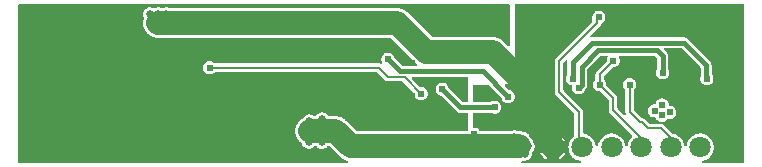
<source format=gbl>
G04 Layer: BottomLayer*
G04 EasyEDA v6.5.1, 2022-03-31 19:18:02*
G04 fb237d5051ec4c31b6b5e7a524a6c443,10*
G04 Gerber Generator version 0.2*
G04 Scale: 100 percent, Rotated: No, Reflected: No *
G04 Dimensions in millimeters *
G04 leading zeros omitted , absolute positions ,4 integer and 5 decimal *
%FSLAX45Y45*%
%MOMM*%

%ADD11C,0.2000*%
%ADD12C,0.4000*%
%ADD13C,2.0000*%
%ADD14C,0.6500*%
%ADD15C,0.6096*%
%ADD31C,1.8000*%

%LPD*%
G36*
X4723688Y-1233576D02*
G01*
X4720031Y-1232052D01*
X4717237Y-1229207D01*
X4715713Y-1225499D01*
X4712970Y-1210970D01*
X4708448Y-1197152D01*
X4702251Y-1183944D01*
X4694478Y-1171702D01*
X4685182Y-1160475D01*
X4674565Y-1150518D01*
X4662779Y-1141933D01*
X4650028Y-1134922D01*
X4636516Y-1129588D01*
X4622393Y-1125982D01*
X4616805Y-1125270D01*
X4613300Y-1124153D01*
X4610455Y-1121918D01*
X4608576Y-1118768D01*
X4607915Y-1115161D01*
X4607915Y-940308D01*
X4607052Y-932332D01*
X4604766Y-925220D01*
X4600956Y-918616D01*
X4597095Y-914146D01*
X4445762Y-762812D01*
X4443577Y-759510D01*
X4442815Y-755599D01*
X4442815Y-527100D01*
X4443577Y-523189D01*
X4445762Y-519887D01*
X4458563Y-507136D01*
X4461967Y-504901D01*
X4466031Y-504190D01*
X4470044Y-505155D01*
X4473346Y-507593D01*
X4475378Y-511149D01*
X4475835Y-515264D01*
X4475276Y-521157D01*
X4475276Y-624890D01*
X4474819Y-627938D01*
X4472381Y-632206D01*
X4468266Y-641146D01*
X4465726Y-650595D01*
X4464862Y-660400D01*
X4465726Y-670204D01*
X4468266Y-679653D01*
X4472381Y-688594D01*
X4478020Y-696620D01*
X4484979Y-703580D01*
X4493006Y-709218D01*
X4501946Y-713333D01*
X4509109Y-715264D01*
X4512310Y-716737D01*
X4514799Y-719277D01*
X4516272Y-722477D01*
X4516577Y-725982D01*
X4515662Y-736600D01*
X4516526Y-746404D01*
X4519066Y-755853D01*
X4523181Y-764794D01*
X4528820Y-772820D01*
X4535779Y-779780D01*
X4543806Y-785418D01*
X4552746Y-789533D01*
X4562195Y-792073D01*
X4572000Y-792937D01*
X4581804Y-792073D01*
X4591253Y-789533D01*
X4600194Y-785418D01*
X4608220Y-779780D01*
X4615180Y-772820D01*
X4620818Y-764794D01*
X4624933Y-755853D01*
X4626914Y-748538D01*
X4627880Y-746150D01*
X4631080Y-742391D01*
X4636414Y-735330D01*
X4640173Y-727760D01*
X4642459Y-719632D01*
X4643323Y-710742D01*
X4643323Y-582015D01*
X4644085Y-578154D01*
X4646269Y-574852D01*
X4753152Y-467969D01*
X4756454Y-465785D01*
X4760315Y-465023D01*
X4806238Y-465023D01*
X4810252Y-465835D01*
X4813554Y-468122D01*
X4815738Y-471525D01*
X4816398Y-475538D01*
X4815484Y-479450D01*
X4811166Y-488746D01*
X4808626Y-498195D01*
X4807762Y-508406D01*
X4807204Y-512775D01*
X4804867Y-516483D01*
X4724806Y-596544D01*
X4719726Y-602792D01*
X4716322Y-609447D01*
X4714341Y-616813D01*
X4713884Y-622706D01*
X4713884Y-663498D01*
X4713122Y-667410D01*
X4710938Y-670712D01*
X4706620Y-674979D01*
X4700981Y-683006D01*
X4696866Y-691946D01*
X4694326Y-701395D01*
X4693462Y-711200D01*
X4694326Y-721004D01*
X4696866Y-730453D01*
X4700981Y-739394D01*
X4706620Y-747420D01*
X4713579Y-754380D01*
X4721606Y-760018D01*
X4730546Y-764133D01*
X4739995Y-766673D01*
X4750206Y-767537D01*
X4754575Y-768096D01*
X4758283Y-770432D01*
X4825238Y-837387D01*
X4827422Y-840689D01*
X4828184Y-844600D01*
X4828184Y-926592D01*
X4829048Y-934567D01*
X4831334Y-941679D01*
X4835144Y-948283D01*
X4839004Y-952753D01*
X5024526Y-1138326D01*
X5026761Y-1141679D01*
X5027472Y-1145641D01*
X5026609Y-1149604D01*
X5024272Y-1152906D01*
X5016246Y-1160475D01*
X5006949Y-1171702D01*
X4999126Y-1183944D01*
X4992928Y-1197152D01*
X4988458Y-1210970D01*
X4985664Y-1225499D01*
X4984191Y-1229207D01*
X4981397Y-1232052D01*
X4977688Y-1233576D01*
X4973726Y-1233576D01*
X4970018Y-1232052D01*
X4967224Y-1229207D01*
X4965700Y-1225499D01*
X4962956Y-1210970D01*
X4958435Y-1197152D01*
X4952238Y-1183944D01*
X4944465Y-1171702D01*
X4935169Y-1160475D01*
X4924552Y-1150518D01*
X4912817Y-1141933D01*
X4900066Y-1134922D01*
X4886502Y-1129588D01*
X4872431Y-1125982D01*
X4857953Y-1124153D01*
X4843424Y-1124153D01*
X4828997Y-1125982D01*
X4814874Y-1129588D01*
X4801362Y-1134922D01*
X4788611Y-1141933D01*
X4776825Y-1150518D01*
X4766208Y-1160475D01*
X4756962Y-1171702D01*
X4749139Y-1183944D01*
X4742942Y-1197152D01*
X4738471Y-1210970D01*
X4735677Y-1225499D01*
X4734204Y-1229207D01*
X4731359Y-1232052D01*
X4727702Y-1233576D01*
G37*

%LPD*%
G36*
X4096816Y-1374089D02*
G01*
X4092803Y-1373276D01*
X4089450Y-1370939D01*
X4087266Y-1367434D01*
X4086656Y-1363421D01*
X4087723Y-1359458D01*
X4090212Y-1356207D01*
X4093819Y-1354226D01*
X4098594Y-1352753D01*
X4101134Y-1352296D01*
X4107383Y-1353312D01*
X4117289Y-1353718D01*
X4127093Y-1352448D01*
X4136542Y-1349552D01*
X4145381Y-1345082D01*
X4153357Y-1339240D01*
X4160215Y-1332077D01*
X4165752Y-1323848D01*
X4169816Y-1314856D01*
X4172356Y-1305255D01*
X4173067Y-1296365D01*
X4174540Y-1291996D01*
X4175455Y-1290421D01*
X4181703Y-1276553D01*
X4183735Y-1270914D01*
X4185615Y-1268577D01*
X4191152Y-1260348D01*
X4195216Y-1251356D01*
X4197756Y-1241755D01*
X4198569Y-1231900D01*
X4197756Y-1222044D01*
X4195216Y-1212443D01*
X4191152Y-1203452D01*
X4183735Y-1192885D01*
X4181703Y-1187246D01*
X4175455Y-1173378D01*
X4167581Y-1160373D01*
X4155033Y-1144320D01*
X4153052Y-1139952D01*
X4147515Y-1131722D01*
X4140657Y-1124559D01*
X4132681Y-1118717D01*
X4123842Y-1114247D01*
X4114393Y-1111351D01*
X4104589Y-1110081D01*
X4098290Y-1110335D01*
X4079189Y-1106932D01*
X4063695Y-1106017D01*
X4058920Y-1106017D01*
X4056583Y-1105712D01*
X4054348Y-1104900D01*
X4047642Y-1101547D01*
X4038193Y-1098651D01*
X4028389Y-1097381D01*
X4018483Y-1097788D01*
X4008831Y-1099870D01*
X3999636Y-1103579D01*
X3995572Y-1105611D01*
X3992829Y-1106017D01*
X3744976Y-1106017D01*
X3741775Y-1105458D01*
X3738930Y-1103985D01*
X3736644Y-1101648D01*
X3731361Y-1094079D01*
X3724401Y-1087120D01*
X3716375Y-1081481D01*
X3707434Y-1077366D01*
X3697986Y-1074826D01*
X3688181Y-1073962D01*
X3686657Y-1074064D01*
X3682492Y-1073607D01*
X3678885Y-1071473D01*
X3676446Y-1068070D01*
X3675583Y-1063955D01*
X3675583Y-957783D01*
X3676345Y-953871D01*
X3678580Y-950569D01*
X3681882Y-948385D01*
X3685743Y-947623D01*
X3825290Y-947623D01*
X3828338Y-948080D01*
X3832606Y-950518D01*
X3841546Y-954633D01*
X3850995Y-957173D01*
X3860800Y-958037D01*
X3870604Y-957173D01*
X3880053Y-954633D01*
X3888994Y-950518D01*
X3897020Y-944880D01*
X3903979Y-937920D01*
X3909618Y-929894D01*
X3913733Y-920953D01*
X3916273Y-911504D01*
X3917137Y-901700D01*
X3916273Y-891895D01*
X3913733Y-882446D01*
X3909618Y-873506D01*
X3903979Y-865479D01*
X3897020Y-858519D01*
X3888994Y-852881D01*
X3880053Y-848766D01*
X3870604Y-846226D01*
X3860800Y-845362D01*
X3850995Y-846226D01*
X3841546Y-848766D01*
X3832606Y-852881D01*
X3828338Y-855319D01*
X3825290Y-855776D01*
X3685743Y-855776D01*
X3681882Y-855014D01*
X3678580Y-852830D01*
X3676345Y-849528D01*
X3675583Y-845616D01*
X3675583Y-721868D01*
X3676345Y-717956D01*
X3678580Y-714705D01*
X3681882Y-712470D01*
X3685743Y-711708D01*
X3804869Y-711708D01*
X3808780Y-712470D01*
X3812082Y-714705D01*
X3917543Y-820166D01*
X3919169Y-822299D01*
X3920185Y-824737D01*
X3922166Y-832053D01*
X3926281Y-840994D01*
X3931920Y-849020D01*
X3938879Y-855980D01*
X3946906Y-861618D01*
X3955846Y-865733D01*
X3965295Y-868273D01*
X3975100Y-869137D01*
X3984904Y-868273D01*
X3994353Y-865733D01*
X4003294Y-861618D01*
X4011320Y-855980D01*
X4018279Y-849020D01*
X4023918Y-840994D01*
X4028033Y-832053D01*
X4030573Y-822604D01*
X4031437Y-812800D01*
X4030573Y-802995D01*
X4028033Y-793546D01*
X4023918Y-784606D01*
X4018279Y-776579D01*
X4011320Y-769620D01*
X4003294Y-763981D01*
X3994353Y-759866D01*
X3987037Y-757885D01*
X3984599Y-756869D01*
X3982465Y-755243D01*
X3950004Y-722782D01*
X3947668Y-719175D01*
X3947058Y-714908D01*
X3948277Y-710793D01*
X3951071Y-707491D01*
X3954119Y-705205D01*
X3957015Y-703681D01*
X3960266Y-703173D01*
X4006494Y-703173D01*
X4008170Y-702462D01*
X4033875Y-676757D01*
X4034586Y-675081D01*
X4032910Y-36118D01*
X4033723Y-32207D01*
X4035907Y-28905D01*
X4039209Y-26670D01*
X4043070Y-25908D01*
X5963920Y-25908D01*
X5967831Y-26670D01*
X5971133Y-28905D01*
X5973318Y-32156D01*
X5974080Y-36068D01*
X5974080Y-1363929D01*
X5973318Y-1367840D01*
X5971133Y-1371142D01*
X5967831Y-1373327D01*
X5963920Y-1374089D01*
X5621934Y-1374089D01*
X5617718Y-1373174D01*
X5614212Y-1370533D01*
X5612180Y-1366723D01*
X5611926Y-1362405D01*
X5613450Y-1358341D01*
X5616600Y-1355293D01*
X5620664Y-1353870D01*
X5622391Y-1353616D01*
X5636514Y-1350010D01*
X5650026Y-1344676D01*
X5662777Y-1337665D01*
X5674563Y-1329080D01*
X5685180Y-1319123D01*
X5694476Y-1307896D01*
X5702249Y-1295654D01*
X5708446Y-1282446D01*
X5712968Y-1268628D01*
X5715660Y-1254302D01*
X5716574Y-1239824D01*
X5715660Y-1225296D01*
X5712968Y-1210970D01*
X5708446Y-1197152D01*
X5702249Y-1183944D01*
X5694476Y-1171702D01*
X5685180Y-1160475D01*
X5674563Y-1150518D01*
X5662777Y-1141933D01*
X5650026Y-1134922D01*
X5636514Y-1129588D01*
X5622391Y-1125982D01*
X5607964Y-1124153D01*
X5593435Y-1124153D01*
X5579008Y-1125982D01*
X5564886Y-1129588D01*
X5551373Y-1134922D01*
X5538622Y-1141933D01*
X5526836Y-1150518D01*
X5516219Y-1160475D01*
X5506923Y-1171702D01*
X5499150Y-1183944D01*
X5492953Y-1197152D01*
X5488432Y-1210970D01*
X5485688Y-1225499D01*
X5484164Y-1229207D01*
X5481370Y-1232052D01*
X5477713Y-1233576D01*
X5473700Y-1233576D01*
X5470042Y-1232052D01*
X5467197Y-1229207D01*
X5465724Y-1225499D01*
X5462930Y-1210970D01*
X5458460Y-1197152D01*
X5452262Y-1183944D01*
X5444439Y-1171702D01*
X5435193Y-1160475D01*
X5424576Y-1150518D01*
X5412790Y-1141933D01*
X5400040Y-1134922D01*
X5386527Y-1129588D01*
X5367324Y-1124762D01*
X5364632Y-1122832D01*
X5296255Y-1054506D01*
X5290007Y-1049426D01*
X5283352Y-1046022D01*
X5278221Y-1043838D01*
X5275630Y-1040790D01*
X5274360Y-1036929D01*
X5274716Y-1032916D01*
X5276596Y-1029360D01*
X5279745Y-1026820D01*
X5283606Y-1025702D01*
X5287924Y-1025296D01*
X5297373Y-1022756D01*
X5306314Y-1018641D01*
X5314340Y-1013002D01*
X5321300Y-1006043D01*
X5322570Y-1004214D01*
X5325059Y-1001725D01*
X5328259Y-1000201D01*
X5331764Y-999896D01*
X5341620Y-1000760D01*
X5351424Y-999896D01*
X5360873Y-997356D01*
X5369814Y-993241D01*
X5377840Y-987602D01*
X5384800Y-980643D01*
X5390438Y-972616D01*
X5394553Y-963676D01*
X5397093Y-954227D01*
X5397957Y-944422D01*
X5397093Y-934618D01*
X5394553Y-925169D01*
X5390438Y-916228D01*
X5384800Y-908202D01*
X5377840Y-901242D01*
X5369814Y-895603D01*
X5360873Y-891489D01*
X5351424Y-888949D01*
X5343550Y-888237D01*
X5340146Y-887323D01*
X5337251Y-885291D01*
X5335219Y-882396D01*
X5334304Y-878992D01*
X5333593Y-871118D01*
X5331053Y-861669D01*
X5326938Y-852728D01*
X5321300Y-844702D01*
X5314340Y-837742D01*
X5306314Y-832103D01*
X5297373Y-827989D01*
X5287924Y-825449D01*
X5278120Y-824585D01*
X5268315Y-825449D01*
X5258866Y-827989D01*
X5249926Y-832103D01*
X5241899Y-837742D01*
X5234940Y-844702D01*
X5229301Y-852728D01*
X5225186Y-861669D01*
X5223510Y-867867D01*
X5221630Y-871575D01*
X5218531Y-874217D01*
X5214569Y-875385D01*
X5204815Y-876249D01*
X5195366Y-878789D01*
X5186426Y-882903D01*
X5178399Y-888542D01*
X5171440Y-895502D01*
X5165801Y-903528D01*
X5161686Y-912469D01*
X5159146Y-921918D01*
X5158282Y-931722D01*
X5159146Y-941527D01*
X5161686Y-950976D01*
X5165801Y-959916D01*
X5171440Y-967943D01*
X5178399Y-974902D01*
X5186426Y-980541D01*
X5195366Y-984656D01*
X5204815Y-987196D01*
X5214620Y-988060D01*
X5217210Y-987856D01*
X5221274Y-988314D01*
X5224830Y-990396D01*
X5227320Y-993648D01*
X5229301Y-998016D01*
X5234940Y-1006043D01*
X5241899Y-1013002D01*
X5249926Y-1018641D01*
X5258866Y-1022756D01*
X5262016Y-1023619D01*
X5265724Y-1025499D01*
X5268366Y-1028700D01*
X5269484Y-1032662D01*
X5268976Y-1036777D01*
X5266842Y-1040333D01*
X5263438Y-1042720D01*
X5259374Y-1043584D01*
X5175300Y-1043584D01*
X5171389Y-1042822D01*
X5168087Y-1040637D01*
X5131155Y-1003706D01*
X5124907Y-998626D01*
X5118150Y-995171D01*
X5107686Y-992225D01*
X5105146Y-990346D01*
X5042662Y-927912D01*
X5040477Y-924610D01*
X5039715Y-920699D01*
X5039715Y-758901D01*
X5040477Y-754989D01*
X5042662Y-751687D01*
X5046980Y-747420D01*
X5052618Y-739394D01*
X5056733Y-730453D01*
X5059273Y-721004D01*
X5060137Y-711200D01*
X5059273Y-701395D01*
X5056733Y-691946D01*
X5052618Y-683006D01*
X5046980Y-674979D01*
X5040020Y-668020D01*
X5031994Y-662381D01*
X5023053Y-658266D01*
X5013604Y-655726D01*
X5003800Y-654862D01*
X4993995Y-655726D01*
X4984546Y-658266D01*
X4975606Y-662381D01*
X4967579Y-668020D01*
X4960620Y-674979D01*
X4954981Y-683006D01*
X4950866Y-691946D01*
X4948326Y-701395D01*
X4947462Y-711200D01*
X4948326Y-721004D01*
X4950866Y-730453D01*
X4954981Y-739394D01*
X4960620Y-747420D01*
X4964938Y-751687D01*
X4967122Y-754989D01*
X4967884Y-758901D01*
X4967884Y-939292D01*
X4968748Y-947267D01*
X4971034Y-954379D01*
X4971897Y-955903D01*
X4973218Y-959815D01*
X4972812Y-963980D01*
X4970830Y-967587D01*
X4967528Y-970127D01*
X4963515Y-971143D01*
X4959400Y-970432D01*
X4955946Y-968146D01*
X4902962Y-915212D01*
X4900777Y-911910D01*
X4900015Y-907999D01*
X4900015Y-826008D01*
X4899152Y-818032D01*
X4896866Y-810920D01*
X4893056Y-804316D01*
X4889195Y-799846D01*
X4809032Y-719683D01*
X4806696Y-715975D01*
X4805273Y-701395D01*
X4802733Y-691946D01*
X4798618Y-683006D01*
X4792980Y-674979D01*
X4788662Y-670712D01*
X4786477Y-667410D01*
X4785715Y-663498D01*
X4785715Y-641400D01*
X4786477Y-637489D01*
X4788662Y-634187D01*
X4855616Y-567232D01*
X4859324Y-564896D01*
X4873904Y-563473D01*
X4883353Y-560933D01*
X4892294Y-556818D01*
X4900320Y-551180D01*
X4907280Y-544220D01*
X4912918Y-536194D01*
X4917033Y-527253D01*
X4919573Y-517804D01*
X4920437Y-508000D01*
X4919573Y-498195D01*
X4917033Y-488746D01*
X4912715Y-479450D01*
X4911801Y-475538D01*
X4912461Y-471525D01*
X4914646Y-468122D01*
X4917948Y-465835D01*
X4921961Y-465023D01*
X5209184Y-465023D01*
X5213045Y-465785D01*
X5216347Y-467969D01*
X5234330Y-485952D01*
X5236514Y-489254D01*
X5237276Y-493115D01*
X5237276Y-574090D01*
X5236819Y-577138D01*
X5234381Y-581406D01*
X5230266Y-590346D01*
X5227726Y-599795D01*
X5226862Y-609600D01*
X5227726Y-619404D01*
X5230266Y-628853D01*
X5234381Y-637794D01*
X5240020Y-645820D01*
X5246979Y-652780D01*
X5255006Y-658418D01*
X5263946Y-662533D01*
X5273395Y-665073D01*
X5283200Y-665937D01*
X5293004Y-665073D01*
X5302453Y-662533D01*
X5311394Y-658418D01*
X5319420Y-652780D01*
X5326380Y-645820D01*
X5332018Y-637794D01*
X5336133Y-628853D01*
X5338673Y-619404D01*
X5339537Y-609600D01*
X5338673Y-599795D01*
X5336133Y-590346D01*
X5332018Y-581406D01*
X5329580Y-577138D01*
X5329123Y-574090D01*
X5329072Y-468122D01*
X5327853Y-459384D01*
X5325160Y-451358D01*
X5321046Y-443992D01*
X5315305Y-437083D01*
X5297068Y-418846D01*
X5294884Y-415543D01*
X5294122Y-411683D01*
X5294884Y-407771D01*
X5297068Y-404469D01*
X5300370Y-402285D01*
X5304282Y-401523D01*
X5437784Y-401523D01*
X5441645Y-402285D01*
X5444947Y-404469D01*
X5602630Y-562152D01*
X5604814Y-565454D01*
X5605576Y-569315D01*
X5605576Y-634441D01*
X5604662Y-638759D01*
X5603544Y-641146D01*
X5601004Y-650595D01*
X5600141Y-660400D01*
X5601004Y-670204D01*
X5603544Y-679653D01*
X5607659Y-688594D01*
X5613298Y-696620D01*
X5620258Y-703580D01*
X5628284Y-709218D01*
X5637225Y-713333D01*
X5646674Y-715873D01*
X5656478Y-716737D01*
X5666282Y-715873D01*
X5675731Y-713333D01*
X5684672Y-709218D01*
X5692698Y-703580D01*
X5699658Y-696620D01*
X5705297Y-688594D01*
X5709412Y-679653D01*
X5711952Y-670204D01*
X5712815Y-660400D01*
X5711952Y-650595D01*
X5709412Y-641146D01*
X5705297Y-632206D01*
X5699252Y-623620D01*
X5697880Y-620826D01*
X5697423Y-617778D01*
X5697372Y-544322D01*
X5696153Y-535584D01*
X5693460Y-527558D01*
X5689346Y-520192D01*
X5683605Y-513283D01*
X5492191Y-321919D01*
X5485130Y-316585D01*
X5477560Y-312826D01*
X5469432Y-310540D01*
X5460542Y-309676D01*
X4686757Y-309676D01*
X4680864Y-310235D01*
X4676749Y-309778D01*
X4673193Y-307746D01*
X4670755Y-304444D01*
X4669790Y-300431D01*
X4670501Y-296367D01*
X4672736Y-292912D01*
X4749393Y-216255D01*
X4754473Y-210007D01*
X4757928Y-203250D01*
X4759706Y-197205D01*
X4761788Y-193446D01*
X4765192Y-190855D01*
X4770272Y-188518D01*
X4778298Y-182880D01*
X4785258Y-175920D01*
X4790897Y-167894D01*
X4795012Y-158953D01*
X4797552Y-149504D01*
X4798415Y-139700D01*
X4797552Y-129895D01*
X4795012Y-120446D01*
X4790897Y-111506D01*
X4785258Y-103479D01*
X4778298Y-96520D01*
X4770272Y-90881D01*
X4761331Y-86766D01*
X4751882Y-84226D01*
X4742078Y-83362D01*
X4732274Y-84226D01*
X4722825Y-86766D01*
X4713884Y-90881D01*
X4705858Y-96520D01*
X4698898Y-103479D01*
X4693259Y-111506D01*
X4689144Y-120446D01*
X4686604Y-129895D01*
X4685741Y-139700D01*
X4686604Y-149504D01*
X4688128Y-155295D01*
X4688484Y-157937D01*
X4688484Y-171399D01*
X4687722Y-175310D01*
X4685538Y-178612D01*
X4381906Y-482244D01*
X4376826Y-488492D01*
X4373422Y-495147D01*
X4371441Y-502513D01*
X4370984Y-508406D01*
X4370984Y-774192D01*
X4371848Y-782167D01*
X4374134Y-789279D01*
X4377944Y-795883D01*
X4381804Y-800354D01*
X4533138Y-951687D01*
X4535322Y-954989D01*
X4536084Y-958900D01*
X4536084Y-1138580D01*
X4535576Y-1141730D01*
X4534154Y-1144574D01*
X4531918Y-1146810D01*
X4526838Y-1150518D01*
X4516221Y-1160475D01*
X4506925Y-1171702D01*
X4499152Y-1183944D01*
X4492955Y-1197152D01*
X4488434Y-1210970D01*
X4485741Y-1225296D01*
X4484827Y-1239774D01*
X4485792Y-1254709D01*
X4488434Y-1268628D01*
X4492955Y-1282446D01*
X4499152Y-1295654D01*
X4506925Y-1307896D01*
X4516221Y-1319123D01*
X4526838Y-1329080D01*
X4538624Y-1337665D01*
X4551375Y-1344676D01*
X4564888Y-1350010D01*
X4579010Y-1353616D01*
X4580737Y-1353870D01*
X4584801Y-1355293D01*
X4587951Y-1358341D01*
X4589475Y-1362405D01*
X4589221Y-1366723D01*
X4587189Y-1370533D01*
X4583684Y-1373174D01*
X4579467Y-1374089D01*
G37*

%LPC*%
G36*
X4299356Y-1343558D02*
G01*
X4299356Y-1291132D01*
X4247032Y-1291132D01*
X4249166Y-1295654D01*
X4256938Y-1307896D01*
X4266234Y-1319123D01*
X4276852Y-1329080D01*
X4288586Y-1337665D01*
G37*
G36*
X4402074Y-1343558D02*
G01*
X4412792Y-1337665D01*
X4424578Y-1329080D01*
X4435195Y-1319123D01*
X4444441Y-1307896D01*
X4452264Y-1295654D01*
X4454347Y-1291132D01*
X4402074Y-1291132D01*
G37*
G36*
X4402074Y-1188466D02*
G01*
X4454347Y-1188466D01*
X4452264Y-1183944D01*
X4444441Y-1171702D01*
X4435195Y-1160475D01*
X4424578Y-1150518D01*
X4412792Y-1141933D01*
X4402074Y-1136040D01*
G37*
G36*
X4247032Y-1188466D02*
G01*
X4299356Y-1188466D01*
X4299356Y-1136040D01*
X4288586Y-1141933D01*
X4276852Y-1150518D01*
X4266234Y-1160475D01*
X4256938Y-1171702D01*
X4249166Y-1183944D01*
G37*

%LPD*%
G36*
X-163931Y-1374089D02*
G01*
X-167843Y-1373327D01*
X-171094Y-1371142D01*
X-173329Y-1367840D01*
X-174091Y-1363929D01*
X-174091Y-36068D01*
X-173329Y-32156D01*
X-171094Y-28905D01*
X-167843Y-26670D01*
X-163931Y-25908D01*
X3971391Y-25908D01*
X3975303Y-26670D01*
X3978605Y-28905D01*
X3984802Y-35102D01*
X3987037Y-38404D01*
X3987800Y-42316D01*
X3987800Y-374345D01*
X3987037Y-378206D01*
X3984802Y-381508D01*
X3981551Y-383692D01*
X3977640Y-384505D01*
X3973728Y-383692D01*
X3970477Y-381508D01*
X3931818Y-342900D01*
X3926179Y-337566D01*
X3920337Y-332689D01*
X3914190Y-328168D01*
X3907840Y-324053D01*
X3901186Y-320294D01*
X3894378Y-316992D01*
X3887317Y-314096D01*
X3880154Y-311607D01*
X3872839Y-309575D01*
X3865372Y-307949D01*
X3857853Y-306832D01*
X3850284Y-306120D01*
X3842512Y-305917D01*
X3332937Y-305917D01*
X3329076Y-305104D01*
X3325774Y-302920D01*
X3122422Y-99568D01*
X3116732Y-94234D01*
X3110890Y-89357D01*
X3104794Y-84836D01*
X3098393Y-80721D01*
X3091789Y-76962D01*
X3084931Y-73660D01*
X3077921Y-70764D01*
X3070707Y-68275D01*
X3063392Y-66243D01*
X3055975Y-64617D01*
X3048457Y-63500D01*
X3040888Y-62788D01*
X3033115Y-62534D01*
X1108456Y-62534D01*
X1106119Y-62280D01*
X1101242Y-60147D01*
X1091793Y-57251D01*
X1081989Y-55981D01*
X1072083Y-56388D01*
X1062431Y-58470D01*
X1054100Y-61823D01*
X1050290Y-62534D01*
X1039774Y-62534D01*
X1037437Y-62280D01*
X1032510Y-60096D01*
X1023061Y-57200D01*
X1013206Y-55981D01*
X1003350Y-56388D01*
X993648Y-58470D01*
X983996Y-62331D01*
X981151Y-63703D01*
X978204Y-64617D01*
X975106Y-64566D01*
X972210Y-63601D01*
X962558Y-58775D01*
X953109Y-55880D01*
X943305Y-54610D01*
X933399Y-55016D01*
X923747Y-57099D01*
X914552Y-60807D01*
X906119Y-65989D01*
X898652Y-72542D01*
X892454Y-80264D01*
X887628Y-88900D01*
X884326Y-98196D01*
X882650Y-108000D01*
X882650Y-117856D01*
X884326Y-127660D01*
X887628Y-136956D01*
X889812Y-140868D01*
X891032Y-144729D01*
X890676Y-148742D01*
X887374Y-159715D01*
X885088Y-164236D01*
X881786Y-173583D01*
X880110Y-183337D01*
X880110Y-193243D01*
X881786Y-202996D01*
X885088Y-212344D01*
X886409Y-214680D01*
X892200Y-233121D01*
X898448Y-246989D01*
X906322Y-259994D01*
X915669Y-271932D01*
X926439Y-282702D01*
X938377Y-292049D01*
X951382Y-299923D01*
X965250Y-306171D01*
X979779Y-310692D01*
X994714Y-313436D01*
X1010208Y-314350D01*
X2976880Y-314350D01*
X2980791Y-315163D01*
X2984093Y-317347D01*
X3187446Y-520700D01*
X3193135Y-526034D01*
X3201314Y-532638D01*
X3204108Y-535787D01*
X3205429Y-539800D01*
X3204972Y-544017D01*
X3202838Y-547624D01*
X3199434Y-550113D01*
X3195320Y-550976D01*
X3080613Y-550976D01*
X3076752Y-550214D01*
X3073450Y-548030D01*
X3013202Y-487781D01*
X3011576Y-485698D01*
X3010560Y-483209D01*
X3008630Y-475945D01*
X3004464Y-467055D01*
X2998825Y-458978D01*
X2991916Y-452069D01*
X2983839Y-446430D01*
X2974949Y-442264D01*
X2965450Y-439724D01*
X2955696Y-438861D01*
X2945892Y-439724D01*
X2936392Y-442264D01*
X2927502Y-446430D01*
X2919425Y-452069D01*
X2912516Y-458978D01*
X2906877Y-467055D01*
X2902712Y-475945D01*
X2900172Y-485444D01*
X2899308Y-495249D01*
X2900172Y-505002D01*
X2902712Y-514502D01*
X2905252Y-519938D01*
X2906217Y-524001D01*
X2905455Y-528116D01*
X2903118Y-531571D01*
X2899562Y-533755D01*
X2895447Y-534365D01*
X2883204Y-530860D01*
X2877312Y-530402D01*
X1495501Y-530402D01*
X1491589Y-529640D01*
X1488287Y-527456D01*
X1484020Y-523138D01*
X1475994Y-517499D01*
X1467053Y-513384D01*
X1457604Y-510844D01*
X1447800Y-509981D01*
X1437995Y-510844D01*
X1428546Y-513384D01*
X1419606Y-517499D01*
X1411579Y-523138D01*
X1404620Y-530098D01*
X1398981Y-538124D01*
X1394866Y-547065D01*
X1392326Y-556514D01*
X1391462Y-566318D01*
X1392326Y-576122D01*
X1394866Y-585571D01*
X1398981Y-594512D01*
X1404620Y-602538D01*
X1411579Y-609498D01*
X1419606Y-615137D01*
X1428546Y-619252D01*
X1437995Y-621792D01*
X1447800Y-622655D01*
X1457604Y-621792D01*
X1467053Y-619252D01*
X1475994Y-615137D01*
X1484020Y-609498D01*
X1488287Y-605180D01*
X1491589Y-602996D01*
X1495501Y-602234D01*
X2858617Y-602234D01*
X2862529Y-602996D01*
X2865831Y-605180D01*
X2933344Y-672693D01*
X2939592Y-677773D01*
X2946247Y-681177D01*
X2953613Y-683158D01*
X2959506Y-683615D01*
X3079699Y-683615D01*
X3083610Y-684377D01*
X3086912Y-686562D01*
X3179267Y-778916D01*
X3181604Y-782624D01*
X3183026Y-797204D01*
X3185566Y-806653D01*
X3189681Y-815594D01*
X3195320Y-823620D01*
X3202279Y-830580D01*
X3210306Y-836218D01*
X3219246Y-840333D01*
X3228695Y-842873D01*
X3238500Y-843737D01*
X3248304Y-842873D01*
X3257753Y-840333D01*
X3266694Y-836218D01*
X3274720Y-830580D01*
X3281679Y-823620D01*
X3287318Y-815594D01*
X3291433Y-806653D01*
X3293973Y-797204D01*
X3294837Y-787400D01*
X3293973Y-777595D01*
X3291433Y-768146D01*
X3287318Y-759206D01*
X3281679Y-751179D01*
X3274720Y-744220D01*
X3266694Y-738581D01*
X3257753Y-734466D01*
X3248304Y-731926D01*
X3238093Y-731062D01*
X3233724Y-730504D01*
X3230016Y-728167D01*
X3162046Y-660146D01*
X3159810Y-656844D01*
X3159048Y-652983D01*
X3159810Y-649071D01*
X3162046Y-645769D01*
X3165348Y-643585D01*
X3169208Y-642823D01*
X3628390Y-642823D01*
X3632301Y-643585D01*
X3635552Y-645769D01*
X3637787Y-649071D01*
X3638550Y-652983D01*
X3638550Y-845616D01*
X3637787Y-849528D01*
X3635552Y-852830D01*
X3632301Y-855014D01*
X3628390Y-855776D01*
X3591915Y-855776D01*
X3588054Y-855014D01*
X3584752Y-852830D01*
X3473856Y-741934D01*
X3472230Y-739800D01*
X3471214Y-737362D01*
X3469233Y-730046D01*
X3465118Y-721106D01*
X3459479Y-713079D01*
X3452520Y-706120D01*
X3444494Y-700481D01*
X3435553Y-696366D01*
X3426104Y-693826D01*
X3416300Y-692962D01*
X3406495Y-693826D01*
X3397046Y-696366D01*
X3388106Y-700481D01*
X3380079Y-706120D01*
X3373120Y-713079D01*
X3367481Y-721106D01*
X3363366Y-730046D01*
X3360826Y-739495D01*
X3359962Y-749300D01*
X3360826Y-759104D01*
X3363366Y-768553D01*
X3367481Y-777494D01*
X3373120Y-785520D01*
X3380079Y-792480D01*
X3388106Y-798118D01*
X3397046Y-802233D01*
X3404362Y-804214D01*
X3406800Y-805230D01*
X3408934Y-806856D01*
X3537508Y-935380D01*
X3544570Y-940714D01*
X3552139Y-944473D01*
X3560267Y-946759D01*
X3569157Y-947623D01*
X3628390Y-947623D01*
X3632301Y-948385D01*
X3635552Y-950569D01*
X3637787Y-953871D01*
X3638550Y-957783D01*
X3638550Y-1095857D01*
X3637787Y-1099718D01*
X3635552Y-1103020D01*
X3632301Y-1105204D01*
X3628390Y-1106017D01*
X2697683Y-1106017D01*
X2693822Y-1105204D01*
X2690520Y-1103020D01*
X2601722Y-1014221D01*
X2596032Y-1008887D01*
X2590190Y-1004011D01*
X2584094Y-999490D01*
X2577693Y-995375D01*
X2571089Y-991616D01*
X2564231Y-988314D01*
X2557221Y-985418D01*
X2550007Y-982929D01*
X2542692Y-980897D01*
X2535275Y-979271D01*
X2527757Y-978153D01*
X2520188Y-977442D01*
X2512415Y-977188D01*
X2457602Y-977188D01*
X2454351Y-976680D01*
X2451455Y-975156D01*
X2449169Y-972718D01*
X2445156Y-966825D01*
X2438349Y-959662D01*
X2430373Y-953820D01*
X2421534Y-949350D01*
X2412085Y-946454D01*
X2402230Y-945184D01*
X2392375Y-945591D01*
X2382672Y-947674D01*
X2373477Y-951382D01*
X2365044Y-956564D01*
X2357628Y-963117D01*
X2348484Y-974750D01*
X2345385Y-976579D01*
X2341880Y-977188D01*
X2334209Y-977188D01*
X2331059Y-976680D01*
X2328164Y-975207D01*
X2322576Y-971092D01*
X2313736Y-966622D01*
X2304288Y-963726D01*
X2294432Y-962456D01*
X2284577Y-962863D01*
X2274874Y-964946D01*
X2265680Y-968654D01*
X2257247Y-973836D01*
X2249830Y-980338D01*
X2242870Y-989126D01*
X2240178Y-991514D01*
X2226919Y-999490D01*
X2214981Y-1008887D01*
X2204212Y-1019657D01*
X2194864Y-1031595D01*
X2186990Y-1044600D01*
X2180742Y-1058468D01*
X2176221Y-1072997D01*
X2173478Y-1087932D01*
X2172563Y-1103122D01*
X2173478Y-1118311D01*
X2176221Y-1133246D01*
X2180742Y-1147775D01*
X2186990Y-1161643D01*
X2194864Y-1174648D01*
X2204212Y-1186586D01*
X2214981Y-1197356D01*
X2225802Y-1205839D01*
X2227783Y-1207922D01*
X2229104Y-1210462D01*
X2231898Y-1218387D01*
X2236774Y-1227023D01*
X2242972Y-1234744D01*
X2250389Y-1241247D01*
X2258822Y-1246428D01*
X2268016Y-1250137D01*
X2277719Y-1252220D01*
X2287574Y-1252626D01*
X2297430Y-1251407D01*
X2306878Y-1248511D01*
X2315718Y-1244041D01*
X2323693Y-1238148D01*
X2329434Y-1232154D01*
X2332786Y-1229817D01*
X2336749Y-1229004D01*
X2344572Y-1229004D01*
X2348941Y-1230020D01*
X2352497Y-1232814D01*
X2355799Y-1236929D01*
X2363266Y-1243482D01*
X2371699Y-1248664D01*
X2380894Y-1252372D01*
X2390546Y-1254455D01*
X2400452Y-1254861D01*
X2410256Y-1253591D01*
X2419705Y-1250696D01*
X2428544Y-1246225D01*
X2436520Y-1240383D01*
X2444242Y-1232204D01*
X2447594Y-1229868D01*
X2451608Y-1229004D01*
X2456180Y-1229004D01*
X2460091Y-1229817D01*
X2463393Y-1232001D01*
X2552192Y-1320800D01*
X2557881Y-1326134D01*
X2563723Y-1331010D01*
X2569819Y-1335532D01*
X2576220Y-1339646D01*
X2582824Y-1343406D01*
X2589682Y-1346708D01*
X2596692Y-1349603D01*
X2603906Y-1352092D01*
X2611221Y-1354124D01*
X2614879Y-1356055D01*
X2617520Y-1359255D01*
X2618638Y-1363218D01*
X2618079Y-1367332D01*
X2615946Y-1370888D01*
X2612542Y-1373276D01*
X2608478Y-1374089D01*
G37*

%LPD*%
D11*
X4600702Y-1239773D02*
G01*
X4572000Y-1211071D01*
X4572000Y-939800D01*
X4406900Y-774700D01*
X4406900Y-508000D01*
X4724400Y-190500D01*
X4724400Y-152400D01*
D12*
X5283200Y-609600D02*
G01*
X5283200Y-469900D01*
X5232400Y-419100D01*
X4737100Y-419100D01*
X4572000Y-736600D02*
G01*
X4597400Y-711200D01*
X4597400Y-558800D01*
X4737100Y-419100D01*
D13*
X1009904Y-188465D02*
G01*
X3033265Y-188465D01*
X3276600Y-431800D01*
X3842689Y-431800D01*
X4325289Y-914400D01*
X4325289Y-1214399D01*
X4350689Y-1239799D01*
D12*
X2955797Y-495300D02*
G01*
X3057397Y-596900D01*
X3619500Y-596900D01*
D11*
X1447800Y-566315D02*
G01*
X2877715Y-566315D01*
X2959100Y-647700D01*
X3098800Y-647700D01*
X3238500Y-787400D01*
D12*
X3619500Y-596900D02*
G01*
X3759200Y-596900D01*
X3975100Y-812800D01*
X3416300Y-749300D02*
G01*
X3568700Y-901700D01*
X3860800Y-901700D01*
D11*
X5003800Y-711200D02*
G01*
X5003800Y-939800D01*
X5092700Y-1028700D01*
X5105400Y-1028700D01*
X5156200Y-1079500D01*
X5270500Y-1079500D01*
X5350687Y-1159687D01*
X5350687Y-1239799D01*
D12*
X4521200Y-660400D02*
G01*
X4521200Y-520700D01*
X4686300Y-355600D01*
X5461000Y-355600D01*
X5651500Y-546100D01*
X5651500Y-655320D01*
X5656579Y-660400D01*
D11*
X4864100Y-508000D02*
G01*
X4749800Y-622300D01*
X4749800Y-711200D01*
X4749800Y-711200D02*
G01*
X4864100Y-825500D01*
X4864100Y-927100D01*
X4864100Y-927100D02*
G01*
X5100700Y-1163701D01*
X5100700Y-1239799D01*
D13*
X2298451Y-1103119D02*
G01*
X2512565Y-1103119D01*
X2641345Y-1231900D01*
X4064000Y-1231900D01*
D31*
G01*
X5600700Y-1239799D03*
G01*
X5350687Y-1239799D03*
G01*
X5100700Y-1239799D03*
G01*
X4850688Y-1239799D03*
G01*
X4600702Y-1239799D03*
G01*
X4350689Y-1239799D03*
D14*
G01*
X3606800Y-88900D03*
G01*
X1079500Y-114300D03*
G01*
X1079500Y-190500D03*
G01*
X1009904Y-188442D03*
G01*
X938276Y-188290D03*
G01*
X1010742Y-114274D03*
G01*
X940815Y-112928D03*
G01*
X2291968Y-1020775D03*
G01*
X2298420Y-1102995D03*
G01*
X2285111Y-1194333D03*
G01*
X2397963Y-1196543D03*
G01*
X2413000Y-1104900D03*
G01*
X2399766Y-1003503D03*
G01*
X2357424Y-1060399D03*
G01*
X2347899Y-1148664D03*
D15*
G01*
X2955670Y-495223D03*
G01*
X3975100Y-812800D03*
G01*
X5278120Y-880922D03*
G01*
X5278120Y-969822D03*
G01*
X5214620Y-931722D03*
G01*
X5341620Y-944422D03*
G01*
X5499100Y-711200D03*
G01*
X5816600Y-1181100D03*
G01*
X5168900Y-736600D03*
G01*
X4076700Y-279400D03*
G01*
X5892800Y-1308100D03*
G01*
X3098800Y-774700D03*
G01*
X1154861Y-934720D03*
G01*
X1905000Y-444500D03*
G01*
X3157626Y-527126D03*
G01*
X2365984Y-677849D03*
G01*
X2058644Y-1118946D03*
G01*
X1447800Y-566318D03*
G01*
X3238500Y-787400D03*
G01*
X3898900Y-88900D03*
D14*
G01*
X3517900Y-254000D03*
D15*
G01*
X2959100Y-1016000D03*
G01*
X3352800Y-1054100D03*
G01*
X3416300Y-749300D03*
G01*
X3860800Y-901700D03*
G01*
X3688181Y-1130300D03*
G01*
X1270000Y-1244600D03*
G01*
X749300Y-711200D03*
G01*
X2489200Y-876300D03*
G01*
X4419600Y-317500D03*
G01*
X5257800Y-114300D03*
G01*
X4749800Y-711200D03*
G01*
X5003800Y-711200D03*
G01*
X5656478Y-660400D03*
G01*
X4521200Y-660400D03*
G01*
X5245100Y-254000D03*
G01*
X4267200Y-444500D03*
D14*
G01*
X4025900Y-1155700D03*
G01*
X4102100Y-1168400D03*
G01*
X4064000Y-1231900D03*
G01*
X4064000Y-1231900D03*
G01*
X4025900Y-1295400D03*
G01*
X3987800Y-1231900D03*
G01*
X4140200Y-1231900D03*
G01*
X4114800Y-1295400D03*
D15*
G01*
X4572000Y-736600D03*
G01*
X5283200Y-609600D03*
G01*
X4864100Y-508000D03*
G01*
X4724400Y-1117600D03*
G01*
X5448300Y-482600D03*
G01*
X4742078Y-139700D03*
G01*
X4267200Y-355600D03*
G01*
X4953000Y-1117600D03*
M02*

</source>
